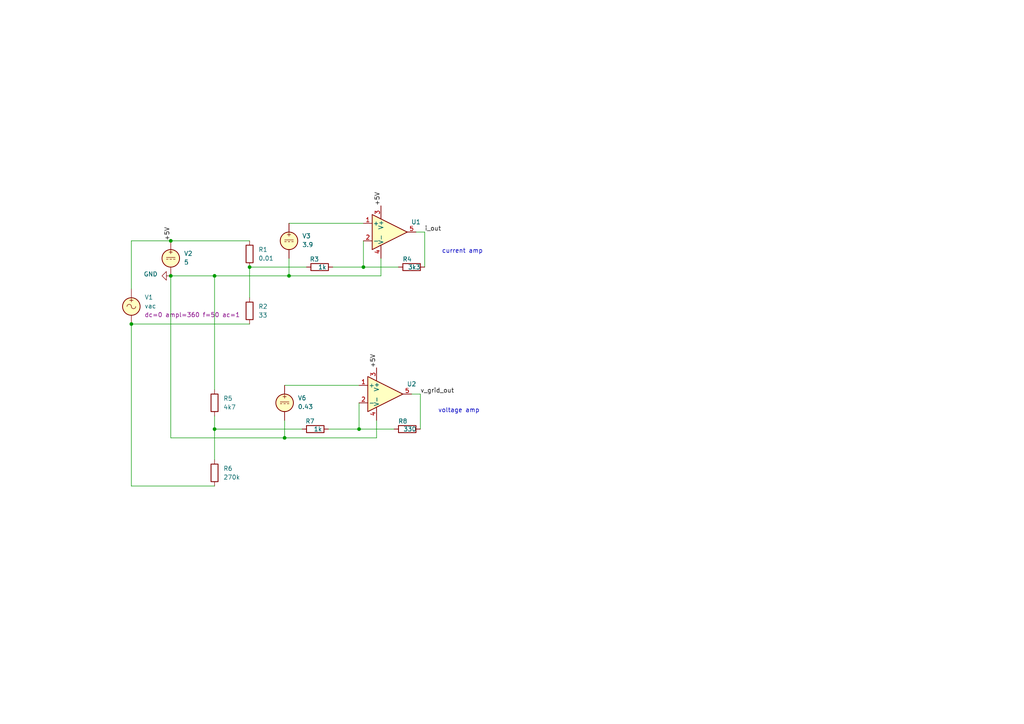
<source format=kicad_sch>
(kicad_sch (version 20231120) (generator "eeschema") (generator_version "8.0")
  (paper "A4")
  (lib_symbols
    (symbol "Device:R" (pin_numbers hide) (pin_names (offset 0))
      (property "Reference" "R" (at 2.032 0 90))
      (property "Value" "R" (at 0 0 90))
      (symbol "R_0_1"
        (rectangle (start -1.016 -2.54) (end 1.016 2.54) (stroke (width 0.254)))
      )
      (symbol "R_1_1"
        (pin passive line (at 0 3.81 270) (length 1.27) (name "~") (number "1"))
        (pin passive line (at 0 -3.81 90) (length 1.27) (name "~") (number "2"))
      )
    )
    (symbol "Simulation_SPICE:OPAMP" (pin_names (offset 0.254))
      (property "Reference" "U" (at 3.81 3.175 0))
      (property "Value" "${SIM.PARAMS}" (at 3.81 -3.175 0))
      (symbol "OPAMP_0_1"
        (polyline (pts (xy 5.08 0) (xy -5.08 5.08) (xy -5.08 -5.08) (xy 5.08 0)) (stroke (width 0.254)) (fill (type background)))
      )
      (symbol "OPAMP_1_1"
        (pin input line (at -7.62 2.54 0) (length 2.54) (name "+") (number "1"))
        (pin input line (at -7.62 -2.54 0) (length 2.54) (name "-") (number "2"))
        (pin power_in line (at -2.54 7.62 270) (length 3.81) (name "V+") (number "3"))
        (pin power_in line (at -2.54 -7.62 90) (length 3.81) (name "V-") (number "4"))
        (pin output line (at 7.62 0 180) (length 2.54) (name "~") (number "5"))
      )
    )
    (symbol "Simulation_SPICE:VDC" (pin_numbers hide) (pin_names (offset 0.0254))
      (property "Reference" "V" (at 2.54 2.54 0))
      (property "Value" "1" (at 2.54 0 0))
      (symbol "VDC_0_0"
        (polyline (pts (xy -1.27 0.254) (xy 1.27 0.254)))
        (polyline (pts (xy -0.762 -0.254) (xy -1.27 -0.254)))
        (polyline (pts (xy 0.254 -0.254) (xy -0.254 -0.254)))
        (polyline (pts (xy 1.27 -0.254) (xy 0.762 -0.254)))
        (text "+" (at 0 1.905 0) (effects (font (size 1.27 1.27))))
      )
      (symbol "VDC_0_1"
        (circle (center 0 0) (radius 2.54) (stroke (width 0.254)) (fill (type background)))
      )
      (symbol "VDC_1_1"
        (pin passive line (at 0 5.08 270) (length 2.54) (name "~") (number "1"))
        (pin passive line (at 0 -5.08 90) (length 2.54) (name "~") (number "2"))
      )
    )
    (symbol "Simulation_SPICE:VSIN" (pin_numbers hide) (pin_names (offset 0.0254))
      (property "Reference" "V" (at 2.54 2.54 0))
      (property "Value" "VSIN" (at 2.54 0 0))
      (property "Sim.Params" "dc=0 ampl=1 f=1k ac=1" (at 2.54 -2.54 0))
      (symbol "VSIN_0_0"
        (arc (start 0 0) (mid -0.635 0.6323) (end -1.27 0))
        (arc (start 0 0) (mid 0.635 -0.6323) (end 1.27 0))
        (text "+" (at 0 1.905 0) (effects (font (size 1.27 1.27))))
      )
      (symbol "VSIN_0_1"
        (circle (center 0 0) (radius 2.54) (stroke (width 0.254)) (fill (type background)))
      )
      (symbol "VSIN_1_1"
        (pin passive line (at 0 5.08 270) (length 2.54) (name "~") (number "1"))
        (pin passive line (at 0 -5.08 90) (length 2.54) (name "~") (number "2"))
      )
    )
    (symbol "power:GND" (power) (pin_numbers hide) (pin_names (offset 0) hide)
      (property "Value" "GND" (at 0 -3.81 0))
      (symbol "GND_0_1"
        (polyline (pts (xy 0 0) (xy 0 -1.27) (xy 1.27 -1.27) (xy 0 -2.54) (xy -1.27 -1.27) (xy 0 -1.27)))
      )
      (symbol "GND_1_1"
        (pin power_in line (at 0 0 270) (length 0) (name "~") (number "1"))
      )
    )
  )
  (junction (at 104.14 124.46))
  (junction (at 62.23 80.01))
  (junction (at 82.55 127))
  (junction (at 49.53 69.85))
  (junction (at 38.1 93.98))
  (junction (at 62.23 124.46))
  (junction (at 83.82 80.01))
  (junction (at 49.53 80.01))
  (junction (at 105.41 77.47))
  (junction (at 72.39 77.47))
  (wire (pts (xy 96.52 77.47) (xy 105.41 77.47)))
  (wire (pts (xy 49.53 127) (xy 82.55 127)))
  (wire (pts (xy 83.82 74.93) (xy 83.82 80.01)))
  (wire (pts (xy 105.41 77.47) (xy 105.41 69.85)))
  (wire (pts (xy 62.23 80.01) (xy 62.23 113.03)))
  (wire (pts (xy 62.23 124.46) (xy 62.23 133.35)))
  (wire (pts (xy 72.39 77.47) (xy 72.39 86.36)))
  (wire (pts (xy 82.55 121.92) (xy 82.55 127)))
  (wire (pts (xy 115.57 77.47) (xy 105.41 77.47)))
  (wire (pts (xy 95.25 124.46) (xy 104.14 124.46)))
  (wire (pts (xy 72.39 77.47) (xy 88.9 77.47)))
  (wire (pts (xy 83.82 80.01) (xy 110.49 80.01)))
  (wire (pts (xy 62.23 120.65) (xy 62.23 124.46)))
  (wire (pts (xy 83.82 64.77) (xy 105.41 64.77)))
  (wire (pts (xy 123.19 77.47) (xy 123.19 67.31)))
  (wire (pts (xy 38.1 69.85) (xy 38.1 83.82)))
  (wire (pts (xy 110.49 74.93) (xy 110.49 80.01)))
  (wire (pts (xy 104.14 124.46) (xy 104.14 116.84)))
  (wire (pts (xy 82.55 127) (xy 109.22 127)))
  (wire (pts (xy 123.19 67.31) (xy 120.65 67.31)))
  (wire (pts (xy 38.1 93.98) (xy 72.39 93.98)))
  (wire (pts (xy 49.53 80.01) (xy 49.53 127)))
  (wire (pts (xy 114.3 124.46) (xy 104.14 124.46)))
  (wire (pts (xy 38.1 93.98) (xy 38.1 140.97)))
  (wire (pts (xy 62.23 124.46) (xy 87.63 124.46)))
  (wire (pts (xy 82.55 111.76) (xy 104.14 111.76)))
  (wire (pts (xy 49.53 69.85) (xy 38.1 69.85)))
  (wire (pts (xy 62.23 80.01) (xy 83.82 80.01)))
  (wire (pts (xy 109.22 121.92) (xy 109.22 127)))
  (wire (pts (xy 121.92 114.3) (xy 119.38 114.3)))
  (wire (pts (xy 49.53 69.85) (xy 72.39 69.85)))
  (wire (pts (xy 38.1 140.97) (xy 62.23 140.97)))
  (wire (pts (xy 121.92 124.46) (xy 121.92 114.3)))
  (wire (pts (xy 49.53 80.01) (xy 62.23 80.01)))
  (text "current amp" (at 134.112 72.898 0) (effects (font (size 1.27 1.27))))
  (text "voltage amp" (at 133.096 119.126 0) (effects (font (size 1.27 1.27))))
  (label "+5V" (at 49.53 69.85 90))
  (label "+5V" (at 109.22 106.68 90))
  (label "v_grid_out" (at 121.92 114.3 0))
  (label "+5V" (at 110.49 59.69 90))
  (label "i_out" (at 123.19 67.31 0))
  (symbol (lib_id "Simulation_SPICE:VSIN") (at 38.1 88.9 0) (unit 1)
    (property "Reference" "V1" (at 41.91 86.2301 0) (effects (justify left)))
    (property "Value" "vac" (at 41.91 88.7701 0) (effects (justify left)))
    (property "Datasheet" "https://ngspice.sourceforge.io/docs/ngspice-html-manual/manual.xhtml#sec_Independent_Sources_for" (effects (hide yes)))
    (property "Description" "Voltage source, sinusoidal" (effects (hide yes)))
    (property "Sim.Pins" "1=+ 2=-" (effects (hide yes)))
    (property "Sim.Params" "dc=0 ampl=360 f=50 ac=1" (at 41.91 91.3101 0) (effects (justify left)))
    (property "Sim.Type" "SIN" (effects (hide yes)))
    (property "Sim.Device" "V" (effects (hide yes)))
  )
  (symbol (lib_id "Device:R") (at 72.39 73.66 0) (unit 1)
    (property "Reference" "R1" (at 74.93 72.3899 0) (effects (justify left)))
    (property "Value" "0.01" (at 74.93 74.9299 0) (effects (justify left)))
    (property "Description" "Resistor" (effects (hide yes)))
  )
  (symbol (lib_id "Device:R") (at 118.11 124.46 90) (unit 1)
    (property "Reference" "R8" (at 116.84 122.174 90))
    (property "Value" "330" (at 118.872 124.46 90))
    (property "Description" "Resistor" (effects (hide yes)))
  )
  (symbol (lib_id "Device:R") (at 62.23 116.84 0) (unit 1)
    (property "Reference" "R5" (at 64.77 115.5699 0) (effects (justify left)))
    (property "Value" "4k7" (at 64.77 118.1099 0) (effects (justify left)))
    (property "Description" "Resistor" (effects (hide yes)))
  )
  (symbol (lib_id "Simulation_SPICE:OPAMP") (at 113.03 67.31 0) (unit 1)
    (property "Reference" "U1" (at 120.65 64.389 0))
    (property "Value" "${SIM.PARAMS}" (at 120.65 66.2941 0))
    (property "Datasheet" "https://ngspice.sourceforge.io/docs/ngspice-html-manual/manual.xhtml#sec__SUBCKT_Subcircuits" (effects (hide yes)))
    (property "Description" "Operational amplifier, single, node sequence=1:+ 2:- 3:OUT 4:V+ 5:V-" (effects (hide yes)))
    (property "Sim.Pins" "1=in+ 2=in- 3=vcc 4=vee 5=out" (effects (hide yes)))
    (property "Sim.Device" "SUBCKT" (effects (hide yes)))
    (property "Sim.Library" "${KICAD7_SYMBOL_DIR}/Simulation_SPICE.sp" (effects (hide yes)))
    (property "Sim.Name" "kicad_builtin_opamp" (effects (hide yes)))
  )
  (symbol (lib_id "Device:R") (at 119.38 77.47 90) (unit 1)
    (property "Reference" "R4" (at 118.11 75.184 90))
    (property "Value" "3k3" (at 120.142 77.47 90))
    (property "Description" "Resistor" (effects (hide yes)))
  )
  (symbol (lib_id "Simulation_SPICE:VDC") (at 49.53 74.93 0) (unit 1)
    (property "Reference" "V2" (at 53.34 73.5301 0) (effects (justify left)))
    (property "Value" "5" (at 53.34 76.0701 0) (effects (justify left)))
    (property "Datasheet" "https://ngspice.sourceforge.io/docs/ngspice-html-manual/manual.xhtml#sec_Independent_Sources_for" (effects (hide yes)))
    (property "Description" "Voltage source, DC" (effects (hide yes)))
    (property "Sim.Pins" "1=+ 2=-" (effects (hide yes)))
    (property "Sim.Type" "DC" (effects (hide yes)))
    (property "Sim.Device" "V" (effects (hide yes)))
  )
  (symbol (lib_id "Simulation_SPICE:VDC") (at 83.82 69.85 0) (unit 1)
    (property "Reference" "V3" (at 87.63 68.4501 0) (effects (justify left)))
    (property "Value" "3.9" (at 87.63 70.9901 0) (effects (justify left)))
    (property "Datasheet" "https://ngspice.sourceforge.io/docs/ngspice-html-manual/manual.xhtml#sec_Independent_Sources_for" (effects (hide yes)))
    (property "Description" "Voltage source, DC" (effects (hide yes)))
    (property "Sim.Pins" "1=+ 2=-" (effects (hide yes)))
    (property "Sim.Type" "DC" (effects (hide yes)))
    (property "Sim.Device" "V" (effects (hide yes)))
  )
  (symbol (lib_id "Simulation_SPICE:VDC") (at 82.55 116.84 0) (unit 1)
    (property "Reference" "V6" (at 86.36 115.4401 0) (effects (justify left)))
    (property "Value" "0.43" (at 86.36 117.9801 0) (effects (justify left)))
    (property "Datasheet" "https://ngspice.sourceforge.io/docs/ngspice-html-manual/manual.xhtml#sec_Independent_Sources_for" (effects (hide yes)))
    (property "Description" "Voltage source, DC" (effects (hide yes)))
    (property "Sim.Pins" "1=+ 2=-" (effects (hide yes)))
    (property "Sim.Type" "DC" (effects (hide yes)))
    (property "Sim.Device" "V" (effects (hide yes)))
  )
  (symbol (lib_id "Device:R") (at 72.39 90.17 0) (unit 1)
    (property "Reference" "R2" (at 74.93 88.8999 0) (effects (justify left)))
    (property "Value" "33" (at 74.93 91.4399 0) (effects (justify left)))
    (property "Description" "Resistor" (effects (hide yes)))
  )
  (symbol (lib_id "Simulation_SPICE:OPAMP") (at 111.76 114.3 0) (unit 1)
    (property "Reference" "U2" (at 119.38 111.379 0))
    (property "Value" "${SIM.PARAMS}" (at 119.38 113.2841 0))
    (property "Datasheet" "https://ngspice.sourceforge.io/docs/ngspice-html-manual/manual.xhtml#sec__SUBCKT_Subcircuits" (effects (hide yes)))
    (property "Description" "Operational amplifier, single, node sequence=1:+ 2:- 3:OUT 4:V+ 5:V-" (effects (hide yes)))
    (property "Sim.Pins" "1=in+ 2=in- 3=vcc 4=vee 5=out" (effects (hide yes)))
    (property "Sim.Device" "SUBCKT" (effects (hide yes)))
    (property "Sim.Library" "${KICAD7_SYMBOL_DIR}/Simulation_SPICE.sp" (effects (hide yes)))
    (property "Sim.Name" "kicad_builtin_opamp" (effects (hide yes)))
  )
  (symbol (lib_id "power:GND") (at 49.53 80.01 270) (unit 1)
    (property "Reference" "#PWR01" (effects (hide yes)))
    (property "Value" "GND" (at 43.688 79.502 90))
    (property "Description" "Power symbol creates a global label with name \"GND\" , ground" (effects (hide yes)))
  )
  (symbol (lib_id "Device:R") (at 62.23 137.16 0) (unit 1)
    (property "Reference" "R6" (at 64.77 135.8899 0) (effects (justify left)))
    (property "Value" "270k" (at 64.77 138.4299 0) (effects (justify left)))
    (property "Description" "Resistor" (effects (hide yes)))
  )
  (symbol (lib_id "Device:R") (at 92.71 77.47 90) (unit 1)
    (property "Reference" "R3" (at 91.186 75.184 90))
    (property "Value" "1k" (at 93.472 77.47 90))
    (property "Description" "Resistor" (effects (hide yes)))
  )
  (symbol (lib_id "Device:R") (at 91.44 124.46 90) (unit 1)
    (property "Reference" "R7" (at 89.916 122.174 90))
    (property "Value" "1k" (at 92.202 124.46 90))
    (property "Description" "Resistor" (effects (hide yes)))
  )
)
</source>
